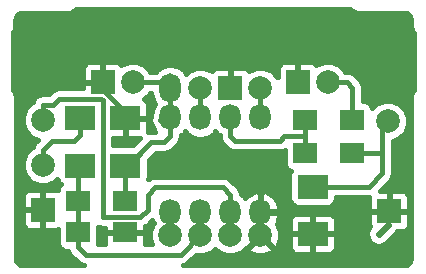
<source format=gbr>
G04 #@! TF.FileFunction,Copper,L2,Bot,Signal*
%FSLAX46Y46*%
G04 Gerber Fmt 4.6, Leading zero omitted, Abs format (unit mm)*
G04 Created by KiCad (PCBNEW 4.0.7-e0-6372~58~ubuntu16.04.1) date Tue Jul 31 17:24:41 2018*
%MOMM*%
%LPD*%
G01*
G04 APERTURE LIST*
%ADD10C,0.100000*%
%ADD11R,2.000000X2.000000*%
%ADD12C,2.000000*%
%ADD13O,1.800000X2.500000*%
%ADD14O,1.800000X2.200000*%
%ADD15R,2.000000X1.700000*%
%ADD16R,2.500000X2.000000*%
%ADD17C,0.600000*%
%ADD18C,0.400000*%
%ADD19C,0.250000*%
G04 APERTURE END LIST*
D10*
D11*
X88265000Y-54483000D03*
D12*
X83185000Y-66929000D03*
X85725000Y-66929000D03*
X88265000Y-66929000D03*
X90805000Y-54483000D03*
X85725000Y-54483000D03*
D13*
X83185000Y-54483000D03*
D12*
X90805000Y-66929000D03*
D11*
X72390000Y-64770000D03*
X93980000Y-53975000D03*
X101727000Y-64897000D03*
X77470000Y-53975000D03*
D12*
X101600000Y-57277000D03*
X96520000Y-53975000D03*
X72390000Y-57150000D03*
X72390000Y-60960000D03*
X80010000Y-53975000D03*
D14*
X83185000Y-64970000D03*
X90805000Y-56950000D03*
X85725000Y-64970000D03*
X88265000Y-56950000D03*
X88265000Y-64970000D03*
X85725000Y-56950000D03*
X90805000Y-64970000D03*
X83185000Y-56950000D03*
D15*
X98615000Y-59944000D03*
X94615000Y-59944000D03*
X94615000Y-57150000D03*
X98615000Y-57150000D03*
X75375000Y-66675000D03*
X79375000Y-66675000D03*
X79375000Y-64008000D03*
X75375000Y-64008000D03*
D16*
X95250000Y-66802000D03*
X95250000Y-62802000D03*
X79375000Y-57023000D03*
X79375000Y-61023000D03*
X75565000Y-61023000D03*
X75565000Y-57023000D03*
D17*
X100838000Y-66802000D02*
X101600000Y-66040000D01*
D18*
X75565000Y-57023000D02*
X75565000Y-58423000D01*
X75565000Y-58423000D02*
X75060000Y-58928000D01*
X75060000Y-58928000D02*
X73152000Y-58928000D01*
X72390000Y-59690000D02*
X72390000Y-60960000D01*
X73152000Y-58928000D02*
X72390000Y-59690000D01*
X80010000Y-53975000D02*
X83185000Y-53975000D01*
X83185000Y-54102000D02*
X83185000Y-57150000D01*
X80010000Y-53975000D02*
X80645000Y-53975000D01*
X79375000Y-61023000D02*
X79375000Y-64008000D01*
X82677000Y-59055000D02*
X81593000Y-59055000D01*
X81593000Y-59055000D02*
X79625000Y-61023000D01*
X79625000Y-61023000D02*
X79375000Y-61023000D01*
X83185000Y-58547000D02*
X82677000Y-59055000D01*
X83185000Y-57150000D02*
X83185000Y-58547000D01*
X83185000Y-57150000D02*
X82355000Y-57150000D01*
X83185000Y-54991000D02*
X83185000Y-57150000D01*
X77470000Y-53975000D02*
X77470000Y-54610000D01*
X77470000Y-54610000D02*
X79375000Y-56515000D01*
X79375000Y-56515000D02*
X79375000Y-57023000D01*
X95250000Y-66802000D02*
X94742000Y-66802000D01*
X79375000Y-57280000D02*
X78870000Y-57785000D01*
X90805000Y-64770000D02*
X90805000Y-66929000D01*
X101155000Y-61659000D02*
X101155000Y-59944000D01*
X101155000Y-59944000D02*
X101155000Y-57975000D01*
X98615000Y-59944000D02*
X100015000Y-59944000D01*
X100015000Y-59944000D02*
X101155000Y-59944000D01*
X97282000Y-62802000D02*
X100012000Y-62802000D01*
X100012000Y-62802000D02*
X101155000Y-61659000D01*
X101155000Y-57975000D02*
X101600000Y-57530000D01*
X95250000Y-62802000D02*
X97727000Y-62802000D01*
X98615000Y-57150000D02*
X98615000Y-54419000D01*
X98615000Y-54419000D02*
X98171000Y-53975000D01*
X98171000Y-53975000D02*
X96520000Y-53975000D01*
X94615000Y-59944000D02*
X94615000Y-58547000D01*
X92837000Y-58547000D02*
X94615000Y-58547000D01*
X94615000Y-58547000D02*
X94615000Y-57150000D01*
X92456000Y-58928000D02*
X92837000Y-58547000D01*
X88646000Y-58928000D02*
X92456000Y-58928000D01*
X88265000Y-58547000D02*
X88646000Y-58928000D01*
X88265000Y-57150000D02*
X88265000Y-58547000D01*
X85725000Y-54102000D02*
X85725000Y-57150000D01*
X85725000Y-54991000D02*
X85725000Y-57150000D01*
X83185000Y-64770000D02*
X83185000Y-66929000D01*
X72390000Y-55880000D02*
X72390000Y-57150000D01*
X88265000Y-64770000D02*
X88265000Y-63500000D01*
X88265000Y-63500000D02*
X87630000Y-62865000D01*
X80645000Y-65405000D02*
X77470000Y-65405000D01*
X87630000Y-62865000D02*
X81915000Y-62865000D01*
X77346001Y-55375001D02*
X74309212Y-55375001D01*
X73279000Y-55880000D02*
X72390000Y-55880000D01*
X81915000Y-62865000D02*
X81280000Y-63500000D01*
X81280000Y-63500000D02*
X81280000Y-64770000D01*
X73787000Y-55372000D02*
X73279000Y-55880000D01*
X81280000Y-64770000D02*
X80645000Y-65405000D01*
X77470000Y-65405000D02*
X77470000Y-55499000D01*
X77470000Y-55499000D02*
X77346001Y-55375001D01*
X74309212Y-55375001D02*
X74306211Y-55372000D01*
X74306211Y-55372000D02*
X73787000Y-55372000D01*
X88265000Y-64770000D02*
X88265000Y-66929000D01*
X75375000Y-64008000D02*
X75375000Y-61213000D01*
X75375000Y-61213000D02*
X75565000Y-61023000D01*
X75375000Y-66675000D02*
X75375000Y-63500000D01*
X85725000Y-66929000D02*
X84074000Y-68580000D01*
X84074000Y-68580000D02*
X76030000Y-68580000D01*
X76030000Y-68580000D02*
X75375000Y-67925000D01*
X75375000Y-67925000D02*
X75375000Y-66675000D01*
X85725000Y-64770000D02*
X85725000Y-66929000D01*
X90805000Y-54102000D02*
X90805000Y-57150000D01*
X90805000Y-54991000D02*
X90805000Y-57150000D01*
D19*
X90868500Y-57086500D02*
X90805000Y-57150000D01*
D18*
G36*
X98517865Y-47868755D02*
X98763778Y-48033069D01*
X99053852Y-48090768D01*
X102944613Y-48090768D01*
X103098798Y-48107019D01*
X103203267Y-48140916D01*
X103300160Y-48195838D01*
X103387250Y-48270750D01*
X103460381Y-48362972D01*
X103515486Y-48468440D01*
X103549685Y-48583112D01*
X103564891Y-48745869D01*
X103564891Y-49246847D01*
X103583383Y-49339812D01*
X103588476Y-49434461D01*
X103611973Y-49483547D01*
X103622590Y-49536921D01*
X103675251Y-49615734D01*
X103716177Y-49701228D01*
X103775117Y-49779928D01*
X103800219Y-49813445D01*
X103799542Y-50217776D01*
X103798442Y-50875174D01*
X103797342Y-51532571D01*
X103796242Y-52189967D01*
X103795142Y-52847362D01*
X103794042Y-53504762D01*
X103792942Y-54162157D01*
X103792213Y-54597985D01*
X103765612Y-54639447D01*
X103765610Y-54639449D01*
X103736362Y-54685037D01*
X103736360Y-54685039D01*
X103707112Y-54730627D01*
X103707110Y-54730629D01*
X103677860Y-54776220D01*
X103653134Y-54839204D01*
X103615540Y-54895467D01*
X103599614Y-54975532D01*
X103569782Y-55051522D01*
X103571041Y-55119178D01*
X103557841Y-55185541D01*
X103557841Y-68822720D01*
X103542149Y-68980258D01*
X103508306Y-69091117D01*
X103454404Y-69192473D01*
X103383020Y-69281031D01*
X103297748Y-69353205D01*
X103202335Y-69406413D01*
X103098905Y-69439427D01*
X102946308Y-69455243D01*
X84238682Y-69455243D01*
X84421477Y-69418883D01*
X84716053Y-69222053D01*
X85325569Y-68612537D01*
X85383767Y-68636703D01*
X86063252Y-68637296D01*
X86691240Y-68377816D01*
X86995109Y-68074478D01*
X87296232Y-68376128D01*
X87923767Y-68636703D01*
X88603252Y-68637296D01*
X89231240Y-68377816D01*
X89536824Y-68072766D01*
X89737601Y-68072766D01*
X89825573Y-68368936D01*
X90451167Y-68634138D01*
X91130629Y-68639748D01*
X91760517Y-68384912D01*
X91784427Y-68368936D01*
X91872399Y-68072766D01*
X90805000Y-67005368D01*
X89737601Y-68072766D01*
X89536824Y-68072766D01*
X89624311Y-67985432D01*
X89661234Y-67996399D01*
X90728632Y-66929000D01*
X90714490Y-66914858D01*
X90790858Y-66838490D01*
X90805000Y-66852632D01*
X90819142Y-66838490D01*
X90895510Y-66914858D01*
X90881368Y-66929000D01*
X91948766Y-67996399D01*
X92244936Y-67908427D01*
X92510138Y-67282833D01*
X92512200Y-67033000D01*
X93292000Y-67033000D01*
X93292000Y-67942830D01*
X93399787Y-68203050D01*
X93598950Y-68402213D01*
X93859170Y-68510000D01*
X95019000Y-68510000D01*
X95196000Y-68333000D01*
X95196000Y-66856000D01*
X95304000Y-66856000D01*
X95304000Y-68333000D01*
X95481000Y-68510000D01*
X96640830Y-68510000D01*
X96901050Y-68402213D01*
X97100213Y-68203050D01*
X97208000Y-67942830D01*
X97208000Y-67033000D01*
X97031000Y-66856000D01*
X95304000Y-66856000D01*
X95196000Y-66856000D01*
X93469000Y-66856000D01*
X93292000Y-67033000D01*
X92512200Y-67033000D01*
X92514107Y-66802000D01*
X99829999Y-66802000D01*
X99906729Y-67187745D01*
X100125236Y-67514764D01*
X100452255Y-67733271D01*
X100838000Y-67810001D01*
X101223745Y-67733271D01*
X101550764Y-67514764D01*
X102312764Y-66752763D01*
X102411496Y-66605000D01*
X102867830Y-66605000D01*
X103128050Y-66497213D01*
X103327213Y-66298050D01*
X103435000Y-66037830D01*
X103435000Y-65128000D01*
X103258000Y-64951000D01*
X101781000Y-64951000D01*
X101781000Y-64971000D01*
X101673000Y-64971000D01*
X101673000Y-64951000D01*
X100196000Y-64951000D01*
X100019000Y-65128000D01*
X100019000Y-66037830D01*
X100072799Y-66167713D01*
X99906729Y-66416255D01*
X99829999Y-66802000D01*
X92514107Y-66802000D01*
X92515748Y-66603371D01*
X92260912Y-65973483D01*
X92244936Y-65949573D01*
X92197891Y-65935599D01*
X92269933Y-65835244D01*
X92310676Y-65661170D01*
X93292000Y-65661170D01*
X93292000Y-66571000D01*
X93469000Y-66748000D01*
X95196000Y-66748000D01*
X95196000Y-65271000D01*
X95304000Y-65271000D01*
X95304000Y-66748000D01*
X97031000Y-66748000D01*
X97208000Y-66571000D01*
X97208000Y-65661170D01*
X97100213Y-65400950D01*
X96901050Y-65201787D01*
X96640830Y-65094000D01*
X95481000Y-65094000D01*
X95304000Y-65271000D01*
X95196000Y-65271000D01*
X95019000Y-65094000D01*
X93859170Y-65094000D01*
X93598950Y-65201787D01*
X93399787Y-65400950D01*
X93292000Y-65661170D01*
X92310676Y-65661170D01*
X92413000Y-65224000D01*
X92413000Y-65024000D01*
X90859000Y-65024000D01*
X90859000Y-65044000D01*
X90751000Y-65044000D01*
X90751000Y-65024000D01*
X90731000Y-65024000D01*
X90731000Y-64916000D01*
X90751000Y-64916000D01*
X90751000Y-63340019D01*
X90859000Y-63340019D01*
X90859000Y-64916000D01*
X92413000Y-64916000D01*
X92413000Y-64716000D01*
X92269933Y-64104756D01*
X91903844Y-63594789D01*
X91370466Y-63263737D01*
X91109740Y-63191140D01*
X90859000Y-63340019D01*
X90751000Y-63340019D01*
X90500260Y-63191140D01*
X90239534Y-63263737D01*
X89706156Y-63594789D01*
X89547685Y-63815542D01*
X89402028Y-63597551D01*
X89160273Y-63436016D01*
X89103883Y-63152523D01*
X88907053Y-62857947D01*
X88272053Y-62222947D01*
X87977477Y-62026117D01*
X87630000Y-61957000D01*
X81915000Y-61957000D01*
X81567523Y-62026117D01*
X81369071Y-62158719D01*
X81311611Y-62197112D01*
X81346870Y-62023000D01*
X81346870Y-60585236D01*
X81969106Y-59963000D01*
X82677000Y-59963000D01*
X83024477Y-59893883D01*
X83319053Y-59697053D01*
X83827053Y-59189053D01*
X84023883Y-58894477D01*
X84093000Y-58547000D01*
X84093000Y-58475480D01*
X84322028Y-58322449D01*
X84455000Y-58123442D01*
X84587972Y-58322449D01*
X85109645Y-58671019D01*
X85725000Y-58793421D01*
X86340355Y-58671019D01*
X86862028Y-58322449D01*
X86995000Y-58123442D01*
X87127972Y-58322449D01*
X87357000Y-58475480D01*
X87357000Y-58547000D01*
X87426117Y-58894477D01*
X87622947Y-59189053D01*
X88003947Y-59570053D01*
X88298523Y-59766883D01*
X88646000Y-59836000D01*
X92456000Y-59836000D01*
X92803477Y-59766883D01*
X92893130Y-59706979D01*
X92893130Y-60794000D01*
X92942498Y-61056369D01*
X93097558Y-61297339D01*
X93334152Y-61458997D01*
X93372206Y-61466703D01*
X93335003Y-61521152D01*
X93278130Y-61802000D01*
X93278130Y-63802000D01*
X93327498Y-64064369D01*
X93482558Y-64305339D01*
X93719152Y-64466997D01*
X94000000Y-64523870D01*
X96500000Y-64523870D01*
X96762369Y-64474502D01*
X97003339Y-64319442D01*
X97164997Y-64082848D01*
X97221870Y-63802000D01*
X97221870Y-63710000D01*
X100012000Y-63710000D01*
X100040470Y-63704337D01*
X100019000Y-63756170D01*
X100019000Y-64666000D01*
X100196000Y-64843000D01*
X101673000Y-64843000D01*
X101673000Y-63366000D01*
X101781000Y-63366000D01*
X101781000Y-64843000D01*
X103258000Y-64843000D01*
X103435000Y-64666000D01*
X103435000Y-63756170D01*
X103327213Y-63495950D01*
X103128050Y-63296787D01*
X102867830Y-63189000D01*
X101958000Y-63189000D01*
X101781000Y-63366000D01*
X101673000Y-63366000D01*
X101496000Y-63189000D01*
X100909106Y-63189000D01*
X101797053Y-62301053D01*
X101993883Y-62006477D01*
X102063000Y-61659000D01*
X102063000Y-58933751D01*
X102566240Y-58725816D01*
X103047128Y-58245768D01*
X103307703Y-57618233D01*
X103308296Y-56938748D01*
X103048816Y-56310760D01*
X102568768Y-55829872D01*
X101941233Y-55569297D01*
X101261748Y-55568704D01*
X100633760Y-55828184D01*
X100309078Y-56152299D01*
X100287502Y-56037631D01*
X100132442Y-55796661D01*
X99895848Y-55635003D01*
X99615000Y-55578130D01*
X99523000Y-55578130D01*
X99523000Y-54419000D01*
X99453883Y-54071523D01*
X99257053Y-53776947D01*
X98813053Y-53332947D01*
X98518477Y-53136117D01*
X98171000Y-53067000D01*
X97992880Y-53067000D01*
X97968816Y-53008760D01*
X97488768Y-52527872D01*
X96861233Y-52267297D01*
X96181748Y-52266704D01*
X95553760Y-52526184D01*
X95543094Y-52536831D01*
X95381050Y-52374787D01*
X95120830Y-52267000D01*
X94211000Y-52267000D01*
X94034000Y-52444000D01*
X94034000Y-53921000D01*
X94054000Y-53921000D01*
X94054000Y-54029000D01*
X94034000Y-54029000D01*
X94034000Y-54049000D01*
X93926000Y-54049000D01*
X93926000Y-54029000D01*
X93906000Y-54029000D01*
X93906000Y-53921000D01*
X93926000Y-53921000D01*
X93926000Y-52444000D01*
X93749000Y-52267000D01*
X92839170Y-52267000D01*
X92578950Y-52374787D01*
X92379787Y-52573950D01*
X92272000Y-52834170D01*
X92272000Y-53560769D01*
X92253816Y-53516760D01*
X91773768Y-53035872D01*
X91146233Y-52775297D01*
X90466748Y-52774704D01*
X89838760Y-53034184D01*
X89828094Y-53044831D01*
X89666050Y-52882787D01*
X89405830Y-52775000D01*
X88496000Y-52775000D01*
X88319000Y-52952000D01*
X88319000Y-54429000D01*
X88339000Y-54429000D01*
X88339000Y-54537000D01*
X88319000Y-54537000D01*
X88319000Y-54557000D01*
X88211000Y-54557000D01*
X88211000Y-54537000D01*
X88191000Y-54537000D01*
X88191000Y-54429000D01*
X88211000Y-54429000D01*
X88211000Y-52952000D01*
X88034000Y-52775000D01*
X87124170Y-52775000D01*
X86863950Y-52882787D01*
X86702309Y-53044428D01*
X86693768Y-53035872D01*
X86066233Y-52775297D01*
X85386748Y-52774704D01*
X84758760Y-53034184D01*
X84527466Y-53265074D01*
X84322028Y-52957613D01*
X83800355Y-52609043D01*
X83185000Y-52486641D01*
X82569645Y-52609043D01*
X82047972Y-52957613D01*
X81974882Y-53067000D01*
X81482880Y-53067000D01*
X81458816Y-53008760D01*
X80978768Y-52527872D01*
X80351233Y-52267297D01*
X79671748Y-52266704D01*
X79043760Y-52526184D01*
X79033094Y-52536831D01*
X78871050Y-52374787D01*
X78610830Y-52267000D01*
X77701000Y-52267000D01*
X77524000Y-52444000D01*
X77524000Y-53921000D01*
X77544000Y-53921000D01*
X77544000Y-54029000D01*
X77524000Y-54029000D01*
X77524000Y-54049000D01*
X77416000Y-54049000D01*
X77416000Y-54029000D01*
X75939000Y-54029000D01*
X75762000Y-54206000D01*
X75762000Y-54467001D01*
X74321298Y-54467001D01*
X74306211Y-54464000D01*
X73787000Y-54464000D01*
X73439523Y-54533117D01*
X73144947Y-54729947D01*
X72902894Y-54972000D01*
X72390000Y-54972000D01*
X72042523Y-55041117D01*
X71747947Y-55237947D01*
X71551117Y-55532523D01*
X71525969Y-55658952D01*
X71423760Y-55701184D01*
X70942872Y-56181232D01*
X70682297Y-56808767D01*
X70681704Y-57488252D01*
X70941184Y-58116240D01*
X71421232Y-58597128D01*
X71970634Y-58825260D01*
X71747947Y-59047947D01*
X71551117Y-59342523D01*
X71525969Y-59468952D01*
X71423760Y-59511184D01*
X70942872Y-59991232D01*
X70682297Y-60618767D01*
X70681704Y-61298252D01*
X70941184Y-61926240D01*
X71421232Y-62407128D01*
X72048767Y-62667703D01*
X72728252Y-62668296D01*
X73356240Y-62408816D01*
X73616787Y-62148724D01*
X73642498Y-62285369D01*
X73797558Y-62526339D01*
X73919587Y-62609718D01*
X73871661Y-62640558D01*
X73710003Y-62877152D01*
X73661601Y-63116167D01*
X73530830Y-63062000D01*
X72621000Y-63062000D01*
X72444000Y-63239000D01*
X72444000Y-64716000D01*
X72464000Y-64716000D01*
X72464000Y-64824000D01*
X72444000Y-64824000D01*
X72444000Y-66301000D01*
X72621000Y-66478000D01*
X73530830Y-66478000D01*
X73653130Y-66427342D01*
X73653130Y-67525000D01*
X73702498Y-67787369D01*
X73857558Y-68028339D01*
X74094152Y-68189997D01*
X74375000Y-68246870D01*
X74531023Y-68246870D01*
X74536117Y-68272477D01*
X74732947Y-68567053D01*
X75387947Y-69222053D01*
X75682523Y-69418883D01*
X75865318Y-69455243D01*
X70688294Y-69455243D01*
X70542274Y-69439593D01*
X70449510Y-69408708D01*
X70363994Y-69358654D01*
X70285687Y-69288806D01*
X70218059Y-69200242D01*
X70165601Y-69096257D01*
X70132108Y-68981343D01*
X70116735Y-68824652D01*
X70116735Y-65001000D01*
X70682000Y-65001000D01*
X70682000Y-65910830D01*
X70789787Y-66171050D01*
X70988950Y-66370213D01*
X71249170Y-66478000D01*
X72159000Y-66478000D01*
X72336000Y-66301000D01*
X72336000Y-64824000D01*
X70859000Y-64824000D01*
X70682000Y-65001000D01*
X70116735Y-65001000D01*
X70116735Y-63629170D01*
X70682000Y-63629170D01*
X70682000Y-64539000D01*
X70859000Y-64716000D01*
X72336000Y-64716000D01*
X72336000Y-63239000D01*
X72159000Y-63062000D01*
X71249170Y-63062000D01*
X70988950Y-63169787D01*
X70789787Y-63368950D01*
X70682000Y-63629170D01*
X70116735Y-63629170D01*
X70116735Y-55200570D01*
X70097804Y-55105399D01*
X70092007Y-55008537D01*
X70069209Y-54961639D01*
X70059036Y-54910496D01*
X70005126Y-54829813D01*
X69962702Y-54742544D01*
X69928151Y-54696984D01*
X69928149Y-54696983D01*
X69893648Y-54651478D01*
X69893603Y-54651438D01*
X69893575Y-54651380D01*
X69859020Y-54605820D01*
X69859016Y-54605816D01*
X69839848Y-54580535D01*
X69839098Y-54175161D01*
X69837878Y-53515664D01*
X69836618Y-52834170D01*
X75762000Y-52834170D01*
X75762000Y-53744000D01*
X75939000Y-53921000D01*
X77416000Y-53921000D01*
X77416000Y-52444000D01*
X77239000Y-52267000D01*
X76329170Y-52267000D01*
X76068950Y-52374787D01*
X75869787Y-52573950D01*
X75762000Y-52834170D01*
X69836618Y-52834170D01*
X69834218Y-51537176D01*
X69832998Y-50877679D01*
X69831778Y-50218183D01*
X69831032Y-49814660D01*
X69855382Y-49782596D01*
X69855384Y-49782592D01*
X69885242Y-49743276D01*
X69885244Y-49743272D01*
X69915102Y-49703956D01*
X69957692Y-49616491D01*
X70011740Y-49535603D01*
X70021864Y-49484705D01*
X70044583Y-49438049D01*
X70050460Y-49340943D01*
X70069439Y-49245529D01*
X70069439Y-48745518D01*
X70085274Y-48584607D01*
X70120117Y-48468680D01*
X70175671Y-48362309D01*
X70248830Y-48269734D01*
X70335374Y-48194943D01*
X70431201Y-48140365D01*
X70534436Y-48106722D01*
X70687883Y-48090494D01*
X74616058Y-48090494D01*
X74906132Y-48032795D01*
X75152045Y-47868481D01*
X75237200Y-47741038D01*
X98432527Y-47741038D01*
X98517865Y-47868755D01*
X98517865Y-47868755D01*
G37*
X98517865Y-47868755D02*
X98763778Y-48033069D01*
X99053852Y-48090768D01*
X102944613Y-48090768D01*
X103098798Y-48107019D01*
X103203267Y-48140916D01*
X103300160Y-48195838D01*
X103387250Y-48270750D01*
X103460381Y-48362972D01*
X103515486Y-48468440D01*
X103549685Y-48583112D01*
X103564891Y-48745869D01*
X103564891Y-49246847D01*
X103583383Y-49339812D01*
X103588476Y-49434461D01*
X103611973Y-49483547D01*
X103622590Y-49536921D01*
X103675251Y-49615734D01*
X103716177Y-49701228D01*
X103775117Y-49779928D01*
X103800219Y-49813445D01*
X103799542Y-50217776D01*
X103798442Y-50875174D01*
X103797342Y-51532571D01*
X103796242Y-52189967D01*
X103795142Y-52847362D01*
X103794042Y-53504762D01*
X103792942Y-54162157D01*
X103792213Y-54597985D01*
X103765612Y-54639447D01*
X103765610Y-54639449D01*
X103736362Y-54685037D01*
X103736360Y-54685039D01*
X103707112Y-54730627D01*
X103707110Y-54730629D01*
X103677860Y-54776220D01*
X103653134Y-54839204D01*
X103615540Y-54895467D01*
X103599614Y-54975532D01*
X103569782Y-55051522D01*
X103571041Y-55119178D01*
X103557841Y-55185541D01*
X103557841Y-68822720D01*
X103542149Y-68980258D01*
X103508306Y-69091117D01*
X103454404Y-69192473D01*
X103383020Y-69281031D01*
X103297748Y-69353205D01*
X103202335Y-69406413D01*
X103098905Y-69439427D01*
X102946308Y-69455243D01*
X84238682Y-69455243D01*
X84421477Y-69418883D01*
X84716053Y-69222053D01*
X85325569Y-68612537D01*
X85383767Y-68636703D01*
X86063252Y-68637296D01*
X86691240Y-68377816D01*
X86995109Y-68074478D01*
X87296232Y-68376128D01*
X87923767Y-68636703D01*
X88603252Y-68637296D01*
X89231240Y-68377816D01*
X89536824Y-68072766D01*
X89737601Y-68072766D01*
X89825573Y-68368936D01*
X90451167Y-68634138D01*
X91130629Y-68639748D01*
X91760517Y-68384912D01*
X91784427Y-68368936D01*
X91872399Y-68072766D01*
X90805000Y-67005368D01*
X89737601Y-68072766D01*
X89536824Y-68072766D01*
X89624311Y-67985432D01*
X89661234Y-67996399D01*
X90728632Y-66929000D01*
X90714490Y-66914858D01*
X90790858Y-66838490D01*
X90805000Y-66852632D01*
X90819142Y-66838490D01*
X90895510Y-66914858D01*
X90881368Y-66929000D01*
X91948766Y-67996399D01*
X92244936Y-67908427D01*
X92510138Y-67282833D01*
X92512200Y-67033000D01*
X93292000Y-67033000D01*
X93292000Y-67942830D01*
X93399787Y-68203050D01*
X93598950Y-68402213D01*
X93859170Y-68510000D01*
X95019000Y-68510000D01*
X95196000Y-68333000D01*
X95196000Y-66856000D01*
X95304000Y-66856000D01*
X95304000Y-68333000D01*
X95481000Y-68510000D01*
X96640830Y-68510000D01*
X96901050Y-68402213D01*
X97100213Y-68203050D01*
X97208000Y-67942830D01*
X97208000Y-67033000D01*
X97031000Y-66856000D01*
X95304000Y-66856000D01*
X95196000Y-66856000D01*
X93469000Y-66856000D01*
X93292000Y-67033000D01*
X92512200Y-67033000D01*
X92514107Y-66802000D01*
X99829999Y-66802000D01*
X99906729Y-67187745D01*
X100125236Y-67514764D01*
X100452255Y-67733271D01*
X100838000Y-67810001D01*
X101223745Y-67733271D01*
X101550764Y-67514764D01*
X102312764Y-66752763D01*
X102411496Y-66605000D01*
X102867830Y-66605000D01*
X103128050Y-66497213D01*
X103327213Y-66298050D01*
X103435000Y-66037830D01*
X103435000Y-65128000D01*
X103258000Y-64951000D01*
X101781000Y-64951000D01*
X101781000Y-64971000D01*
X101673000Y-64971000D01*
X101673000Y-64951000D01*
X100196000Y-64951000D01*
X100019000Y-65128000D01*
X100019000Y-66037830D01*
X100072799Y-66167713D01*
X99906729Y-66416255D01*
X99829999Y-66802000D01*
X92514107Y-66802000D01*
X92515748Y-66603371D01*
X92260912Y-65973483D01*
X92244936Y-65949573D01*
X92197891Y-65935599D01*
X92269933Y-65835244D01*
X92310676Y-65661170D01*
X93292000Y-65661170D01*
X93292000Y-66571000D01*
X93469000Y-66748000D01*
X95196000Y-66748000D01*
X95196000Y-65271000D01*
X95304000Y-65271000D01*
X95304000Y-66748000D01*
X97031000Y-66748000D01*
X97208000Y-66571000D01*
X97208000Y-65661170D01*
X97100213Y-65400950D01*
X96901050Y-65201787D01*
X96640830Y-65094000D01*
X95481000Y-65094000D01*
X95304000Y-65271000D01*
X95196000Y-65271000D01*
X95019000Y-65094000D01*
X93859170Y-65094000D01*
X93598950Y-65201787D01*
X93399787Y-65400950D01*
X93292000Y-65661170D01*
X92310676Y-65661170D01*
X92413000Y-65224000D01*
X92413000Y-65024000D01*
X90859000Y-65024000D01*
X90859000Y-65044000D01*
X90751000Y-65044000D01*
X90751000Y-65024000D01*
X90731000Y-65024000D01*
X90731000Y-64916000D01*
X90751000Y-64916000D01*
X90751000Y-63340019D01*
X90859000Y-63340019D01*
X90859000Y-64916000D01*
X92413000Y-64916000D01*
X92413000Y-64716000D01*
X92269933Y-64104756D01*
X91903844Y-63594789D01*
X91370466Y-63263737D01*
X91109740Y-63191140D01*
X90859000Y-63340019D01*
X90751000Y-63340019D01*
X90500260Y-63191140D01*
X90239534Y-63263737D01*
X89706156Y-63594789D01*
X89547685Y-63815542D01*
X89402028Y-63597551D01*
X89160273Y-63436016D01*
X89103883Y-63152523D01*
X88907053Y-62857947D01*
X88272053Y-62222947D01*
X87977477Y-62026117D01*
X87630000Y-61957000D01*
X81915000Y-61957000D01*
X81567523Y-62026117D01*
X81369071Y-62158719D01*
X81311611Y-62197112D01*
X81346870Y-62023000D01*
X81346870Y-60585236D01*
X81969106Y-59963000D01*
X82677000Y-59963000D01*
X83024477Y-59893883D01*
X83319053Y-59697053D01*
X83827053Y-59189053D01*
X84023883Y-58894477D01*
X84093000Y-58547000D01*
X84093000Y-58475480D01*
X84322028Y-58322449D01*
X84455000Y-58123442D01*
X84587972Y-58322449D01*
X85109645Y-58671019D01*
X85725000Y-58793421D01*
X86340355Y-58671019D01*
X86862028Y-58322449D01*
X86995000Y-58123442D01*
X87127972Y-58322449D01*
X87357000Y-58475480D01*
X87357000Y-58547000D01*
X87426117Y-58894477D01*
X87622947Y-59189053D01*
X88003947Y-59570053D01*
X88298523Y-59766883D01*
X88646000Y-59836000D01*
X92456000Y-59836000D01*
X92803477Y-59766883D01*
X92893130Y-59706979D01*
X92893130Y-60794000D01*
X92942498Y-61056369D01*
X93097558Y-61297339D01*
X93334152Y-61458997D01*
X93372206Y-61466703D01*
X93335003Y-61521152D01*
X93278130Y-61802000D01*
X93278130Y-63802000D01*
X93327498Y-64064369D01*
X93482558Y-64305339D01*
X93719152Y-64466997D01*
X94000000Y-64523870D01*
X96500000Y-64523870D01*
X96762369Y-64474502D01*
X97003339Y-64319442D01*
X97164997Y-64082848D01*
X97221870Y-63802000D01*
X97221870Y-63710000D01*
X100012000Y-63710000D01*
X100040470Y-63704337D01*
X100019000Y-63756170D01*
X100019000Y-64666000D01*
X100196000Y-64843000D01*
X101673000Y-64843000D01*
X101673000Y-63366000D01*
X101781000Y-63366000D01*
X101781000Y-64843000D01*
X103258000Y-64843000D01*
X103435000Y-64666000D01*
X103435000Y-63756170D01*
X103327213Y-63495950D01*
X103128050Y-63296787D01*
X102867830Y-63189000D01*
X101958000Y-63189000D01*
X101781000Y-63366000D01*
X101673000Y-63366000D01*
X101496000Y-63189000D01*
X100909106Y-63189000D01*
X101797053Y-62301053D01*
X101993883Y-62006477D01*
X102063000Y-61659000D01*
X102063000Y-58933751D01*
X102566240Y-58725816D01*
X103047128Y-58245768D01*
X103307703Y-57618233D01*
X103308296Y-56938748D01*
X103048816Y-56310760D01*
X102568768Y-55829872D01*
X101941233Y-55569297D01*
X101261748Y-55568704D01*
X100633760Y-55828184D01*
X100309078Y-56152299D01*
X100287502Y-56037631D01*
X100132442Y-55796661D01*
X99895848Y-55635003D01*
X99615000Y-55578130D01*
X99523000Y-55578130D01*
X99523000Y-54419000D01*
X99453883Y-54071523D01*
X99257053Y-53776947D01*
X98813053Y-53332947D01*
X98518477Y-53136117D01*
X98171000Y-53067000D01*
X97992880Y-53067000D01*
X97968816Y-53008760D01*
X97488768Y-52527872D01*
X96861233Y-52267297D01*
X96181748Y-52266704D01*
X95553760Y-52526184D01*
X95543094Y-52536831D01*
X95381050Y-52374787D01*
X95120830Y-52267000D01*
X94211000Y-52267000D01*
X94034000Y-52444000D01*
X94034000Y-53921000D01*
X94054000Y-53921000D01*
X94054000Y-54029000D01*
X94034000Y-54029000D01*
X94034000Y-54049000D01*
X93926000Y-54049000D01*
X93926000Y-54029000D01*
X93906000Y-54029000D01*
X93906000Y-53921000D01*
X93926000Y-53921000D01*
X93926000Y-52444000D01*
X93749000Y-52267000D01*
X92839170Y-52267000D01*
X92578950Y-52374787D01*
X92379787Y-52573950D01*
X92272000Y-52834170D01*
X92272000Y-53560769D01*
X92253816Y-53516760D01*
X91773768Y-53035872D01*
X91146233Y-52775297D01*
X90466748Y-52774704D01*
X89838760Y-53034184D01*
X89828094Y-53044831D01*
X89666050Y-52882787D01*
X89405830Y-52775000D01*
X88496000Y-52775000D01*
X88319000Y-52952000D01*
X88319000Y-54429000D01*
X88339000Y-54429000D01*
X88339000Y-54537000D01*
X88319000Y-54537000D01*
X88319000Y-54557000D01*
X88211000Y-54557000D01*
X88211000Y-54537000D01*
X88191000Y-54537000D01*
X88191000Y-54429000D01*
X88211000Y-54429000D01*
X88211000Y-52952000D01*
X88034000Y-52775000D01*
X87124170Y-52775000D01*
X86863950Y-52882787D01*
X86702309Y-53044428D01*
X86693768Y-53035872D01*
X86066233Y-52775297D01*
X85386748Y-52774704D01*
X84758760Y-53034184D01*
X84527466Y-53265074D01*
X84322028Y-52957613D01*
X83800355Y-52609043D01*
X83185000Y-52486641D01*
X82569645Y-52609043D01*
X82047972Y-52957613D01*
X81974882Y-53067000D01*
X81482880Y-53067000D01*
X81458816Y-53008760D01*
X80978768Y-52527872D01*
X80351233Y-52267297D01*
X79671748Y-52266704D01*
X79043760Y-52526184D01*
X79033094Y-52536831D01*
X78871050Y-52374787D01*
X78610830Y-52267000D01*
X77701000Y-52267000D01*
X77524000Y-52444000D01*
X77524000Y-53921000D01*
X77544000Y-53921000D01*
X77544000Y-54029000D01*
X77524000Y-54029000D01*
X77524000Y-54049000D01*
X77416000Y-54049000D01*
X77416000Y-54029000D01*
X75939000Y-54029000D01*
X75762000Y-54206000D01*
X75762000Y-54467001D01*
X74321298Y-54467001D01*
X74306211Y-54464000D01*
X73787000Y-54464000D01*
X73439523Y-54533117D01*
X73144947Y-54729947D01*
X72902894Y-54972000D01*
X72390000Y-54972000D01*
X72042523Y-55041117D01*
X71747947Y-55237947D01*
X71551117Y-55532523D01*
X71525969Y-55658952D01*
X71423760Y-55701184D01*
X70942872Y-56181232D01*
X70682297Y-56808767D01*
X70681704Y-57488252D01*
X70941184Y-58116240D01*
X71421232Y-58597128D01*
X71970634Y-58825260D01*
X71747947Y-59047947D01*
X71551117Y-59342523D01*
X71525969Y-59468952D01*
X71423760Y-59511184D01*
X70942872Y-59991232D01*
X70682297Y-60618767D01*
X70681704Y-61298252D01*
X70941184Y-61926240D01*
X71421232Y-62407128D01*
X72048767Y-62667703D01*
X72728252Y-62668296D01*
X73356240Y-62408816D01*
X73616787Y-62148724D01*
X73642498Y-62285369D01*
X73797558Y-62526339D01*
X73919587Y-62609718D01*
X73871661Y-62640558D01*
X73710003Y-62877152D01*
X73661601Y-63116167D01*
X73530830Y-63062000D01*
X72621000Y-63062000D01*
X72444000Y-63239000D01*
X72444000Y-64716000D01*
X72464000Y-64716000D01*
X72464000Y-64824000D01*
X72444000Y-64824000D01*
X72444000Y-66301000D01*
X72621000Y-66478000D01*
X73530830Y-66478000D01*
X73653130Y-66427342D01*
X73653130Y-67525000D01*
X73702498Y-67787369D01*
X73857558Y-68028339D01*
X74094152Y-68189997D01*
X74375000Y-68246870D01*
X74531023Y-68246870D01*
X74536117Y-68272477D01*
X74732947Y-68567053D01*
X75387947Y-69222053D01*
X75682523Y-69418883D01*
X75865318Y-69455243D01*
X70688294Y-69455243D01*
X70542274Y-69439593D01*
X70449510Y-69408708D01*
X70363994Y-69358654D01*
X70285687Y-69288806D01*
X70218059Y-69200242D01*
X70165601Y-69096257D01*
X70132108Y-68981343D01*
X70116735Y-68824652D01*
X70116735Y-65001000D01*
X70682000Y-65001000D01*
X70682000Y-65910830D01*
X70789787Y-66171050D01*
X70988950Y-66370213D01*
X71249170Y-66478000D01*
X72159000Y-66478000D01*
X72336000Y-66301000D01*
X72336000Y-64824000D01*
X70859000Y-64824000D01*
X70682000Y-65001000D01*
X70116735Y-65001000D01*
X70116735Y-63629170D01*
X70682000Y-63629170D01*
X70682000Y-64539000D01*
X70859000Y-64716000D01*
X72336000Y-64716000D01*
X72336000Y-63239000D01*
X72159000Y-63062000D01*
X71249170Y-63062000D01*
X70988950Y-63169787D01*
X70789787Y-63368950D01*
X70682000Y-63629170D01*
X70116735Y-63629170D01*
X70116735Y-55200570D01*
X70097804Y-55105399D01*
X70092007Y-55008537D01*
X70069209Y-54961639D01*
X70059036Y-54910496D01*
X70005126Y-54829813D01*
X69962702Y-54742544D01*
X69928151Y-54696984D01*
X69928149Y-54696983D01*
X69893648Y-54651478D01*
X69893603Y-54651438D01*
X69893575Y-54651380D01*
X69859020Y-54605820D01*
X69859016Y-54605816D01*
X69839848Y-54580535D01*
X69839098Y-54175161D01*
X69837878Y-53515664D01*
X69836618Y-52834170D01*
X75762000Y-52834170D01*
X75762000Y-53744000D01*
X75939000Y-53921000D01*
X77416000Y-53921000D01*
X77416000Y-52444000D01*
X77239000Y-52267000D01*
X76329170Y-52267000D01*
X76068950Y-52374787D01*
X75869787Y-52573950D01*
X75762000Y-52834170D01*
X69836618Y-52834170D01*
X69834218Y-51537176D01*
X69832998Y-50877679D01*
X69831778Y-50218183D01*
X69831032Y-49814660D01*
X69855382Y-49782596D01*
X69855384Y-49782592D01*
X69885242Y-49743276D01*
X69885244Y-49743272D01*
X69915102Y-49703956D01*
X69957692Y-49616491D01*
X70011740Y-49535603D01*
X70021864Y-49484705D01*
X70044583Y-49438049D01*
X70050460Y-49340943D01*
X70069439Y-49245529D01*
X70069439Y-48745518D01*
X70085274Y-48584607D01*
X70120117Y-48468680D01*
X70175671Y-48362309D01*
X70248830Y-48269734D01*
X70335374Y-48194943D01*
X70431201Y-48140365D01*
X70534436Y-48106722D01*
X70687883Y-48090494D01*
X74616058Y-48090494D01*
X74906132Y-48032795D01*
X75152045Y-47868481D01*
X75237200Y-47741038D01*
X98432527Y-47741038D01*
X98517865Y-47868755D01*
G36*
X81699402Y-65820776D02*
X81770692Y-65927469D01*
X81737872Y-65960232D01*
X81477297Y-66587767D01*
X81476704Y-67267252D01*
X81643943Y-67672000D01*
X81080444Y-67672000D01*
X81083000Y-67665830D01*
X81083000Y-66906000D01*
X80906000Y-66729000D01*
X79429000Y-66729000D01*
X79429000Y-66749000D01*
X79321000Y-66749000D01*
X79321000Y-66729000D01*
X77844000Y-66729000D01*
X77667000Y-66906000D01*
X77667000Y-67665830D01*
X77669556Y-67672000D01*
X77067102Y-67672000D01*
X77096870Y-67525000D01*
X77096870Y-66226742D01*
X77122523Y-66243883D01*
X77470000Y-66313000D01*
X77667000Y-66313000D01*
X77667000Y-66444000D01*
X77844000Y-66621000D01*
X79321000Y-66621000D01*
X79321000Y-66601000D01*
X79429000Y-66601000D01*
X79429000Y-66621000D01*
X80906000Y-66621000D01*
X81083000Y-66444000D01*
X81083000Y-66183397D01*
X81287053Y-66047053D01*
X81668531Y-65665575D01*
X81699402Y-65820776D01*
X81699402Y-65820776D01*
G37*
X81699402Y-65820776D02*
X81770692Y-65927469D01*
X81737872Y-65960232D01*
X81477297Y-66587767D01*
X81476704Y-67267252D01*
X81643943Y-67672000D01*
X81080444Y-67672000D01*
X81083000Y-67665830D01*
X81083000Y-66906000D01*
X80906000Y-66729000D01*
X79429000Y-66729000D01*
X79429000Y-66749000D01*
X79321000Y-66749000D01*
X79321000Y-66729000D01*
X77844000Y-66729000D01*
X77667000Y-66906000D01*
X77667000Y-67665830D01*
X77669556Y-67672000D01*
X77067102Y-67672000D01*
X77096870Y-67525000D01*
X77096870Y-66226742D01*
X77122523Y-66243883D01*
X77470000Y-66313000D01*
X77667000Y-66313000D01*
X77667000Y-66444000D01*
X77844000Y-66621000D01*
X79321000Y-66621000D01*
X79321000Y-66601000D01*
X79429000Y-66601000D01*
X79429000Y-66621000D01*
X80906000Y-66621000D01*
X81083000Y-66444000D01*
X81083000Y-66183397D01*
X81287053Y-66047053D01*
X81668531Y-65665575D01*
X81699402Y-65820776D01*
G36*
X81699402Y-55486714D02*
X81904035Y-55792969D01*
X81699402Y-56099224D01*
X81577899Y-56710060D01*
X81516117Y-56802523D01*
X81447000Y-57150000D01*
X81516117Y-57497477D01*
X81691190Y-57759491D01*
X81699402Y-57800776D01*
X81930741Y-58147000D01*
X81593000Y-58147000D01*
X81317252Y-58201849D01*
X81333000Y-58163830D01*
X81333000Y-57254000D01*
X81156000Y-57077000D01*
X79429000Y-57077000D01*
X79429000Y-58554000D01*
X79606000Y-58731000D01*
X80632894Y-58731000D01*
X80062764Y-59301130D01*
X78378000Y-59301130D01*
X78378000Y-58731000D01*
X79144000Y-58731000D01*
X79321000Y-58554000D01*
X79321000Y-57077000D01*
X79301000Y-57077000D01*
X79301000Y-56969000D01*
X79321000Y-56969000D01*
X79321000Y-56949000D01*
X79429000Y-56949000D01*
X79429000Y-56969000D01*
X81156000Y-56969000D01*
X81333000Y-56792000D01*
X81333000Y-55882170D01*
X81225213Y-55621950D01*
X81026050Y-55422787D01*
X80991576Y-55408507D01*
X81457128Y-54943768D01*
X81482361Y-54883000D01*
X81579316Y-54883000D01*
X81699402Y-55486714D01*
X81699402Y-55486714D01*
G37*
X81699402Y-55486714D02*
X81904035Y-55792969D01*
X81699402Y-56099224D01*
X81577899Y-56710060D01*
X81516117Y-56802523D01*
X81447000Y-57150000D01*
X81516117Y-57497477D01*
X81691190Y-57759491D01*
X81699402Y-57800776D01*
X81930741Y-58147000D01*
X81593000Y-58147000D01*
X81317252Y-58201849D01*
X81333000Y-58163830D01*
X81333000Y-57254000D01*
X81156000Y-57077000D01*
X79429000Y-57077000D01*
X79429000Y-58554000D01*
X79606000Y-58731000D01*
X80632894Y-58731000D01*
X80062764Y-59301130D01*
X78378000Y-59301130D01*
X78378000Y-58731000D01*
X79144000Y-58731000D01*
X79321000Y-58554000D01*
X79321000Y-57077000D01*
X79301000Y-57077000D01*
X79301000Y-56969000D01*
X79321000Y-56969000D01*
X79321000Y-56949000D01*
X79429000Y-56949000D01*
X79429000Y-56969000D01*
X81156000Y-56969000D01*
X81333000Y-56792000D01*
X81333000Y-55882170D01*
X81225213Y-55621950D01*
X81026050Y-55422787D01*
X80991576Y-55408507D01*
X81457128Y-54943768D01*
X81482361Y-54883000D01*
X81579316Y-54883000D01*
X81699402Y-55486714D01*
M02*

</source>
